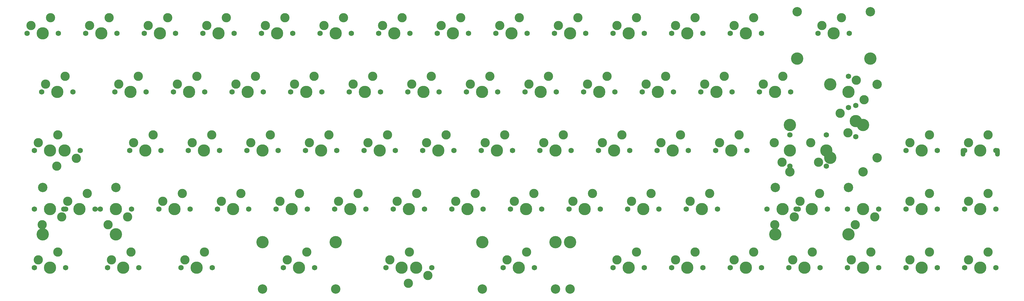
<source format=gbr>
%TF.GenerationSoftware,KiCad,Pcbnew,(6.0.1)*%
%TF.CreationDate,2022-05-17T12:05:02-04:00*%
%TF.ProjectId,GanJing 65 rev 2 hotswap-rounded,47616e4a-696e-4672-9036-352072657620,2*%
%TF.SameCoordinates,Original*%
%TF.FileFunction,NonPlated,1,2,NPTH,Mixed*%
%TF.FilePolarity,Positive*%
%FSLAX46Y46*%
G04 Gerber Fmt 4.6, Leading zero omitted, Abs format (unit mm)*
G04 Created by KiCad (PCBNEW (6.0.1)) date 2022-05-17 12:05:02*
%MOMM*%
%LPD*%
G01*
G04 APERTURE LIST*
G04 aperture for slot hole*
%TA.AperFunction,ComponentDrill*%
%ADD10O,1.500000X2.800000*%
%TD*%
%TA.AperFunction,ComponentDrill*%
%ADD11C,1.750000*%
%TD*%
%TA.AperFunction,ComponentDrill*%
%ADD12C,3.000000*%
%TD*%
%TA.AperFunction,ComponentDrill*%
%ADD13C,3.050000*%
%TD*%
%TA.AperFunction,ComponentDrill*%
%ADD14C,3.987800*%
%TD*%
%TA.AperFunction,ComponentDrill*%
%ADD15C,4.000000*%
%TD*%
G04 APERTURE END LIST*
D10*
%TO.C,SW1*%
X358731250Y-143475000D03*
X369931250Y-143475000D03*
D11*
%TO.C,MX1*%
X54451250Y-104775000D03*
%TO.C,MX75*%
X56832500Y-142875000D03*
%TO.C,MX77*%
X56832500Y-161925000D03*
%TO.C,MX61*%
X56832500Y-180975000D03*
%TO.C,MX16*%
X59213750Y-123825000D03*
%TO.C,MX31*%
X61595000Y-142875000D03*
%TO.C,MX1*%
X64611250Y-104775000D03*
%TO.C,MX46*%
X66357500Y-161925000D03*
%TO.C,MX75*%
X66992500Y-142875000D03*
%TO.C,MX77*%
X66992500Y-161925000D03*
%TO.C,MX61*%
X66992500Y-180975000D03*
%TO.C,MX16*%
X69373750Y-123825000D03*
%TO.C,MX31*%
X71755000Y-142875000D03*
%TO.C,MX2*%
X73501250Y-104775000D03*
%TO.C,MX46*%
X76517500Y-161925000D03*
%TO.C,MX47*%
X78263750Y-161925000D03*
%TO.C,MX62*%
X80645000Y-180975000D03*
%TO.C,MX17*%
X83026250Y-123825000D03*
%TO.C,MX2*%
X83661250Y-104775000D03*
%TO.C,MX32*%
X87788750Y-142875000D03*
%TO.C,MX47*%
X88423750Y-161925000D03*
%TO.C,MX62*%
X90805000Y-180975000D03*
%TO.C,MX3*%
X92551250Y-104775000D03*
%TO.C,MX17*%
X93186250Y-123825000D03*
%TO.C,MX48*%
X97313750Y-161925000D03*
%TO.C,MX32*%
X97948750Y-142875000D03*
%TO.C,MX18*%
X102076250Y-123825000D03*
%TO.C,MX3*%
X102711250Y-104775000D03*
%TO.C,MX63*%
X104457500Y-180975000D03*
%TO.C,MX33*%
X106838750Y-142875000D03*
%TO.C,MX48*%
X107473750Y-161925000D03*
%TO.C,MX4*%
X111601250Y-104775000D03*
%TO.C,MX18*%
X112236250Y-123825000D03*
%TO.C,MX63*%
X114617500Y-180975000D03*
%TO.C,MX49*%
X116363750Y-161925000D03*
%TO.C,MX33*%
X116998750Y-142875000D03*
%TO.C,MX19*%
X121126250Y-123825000D03*
%TO.C,MX4*%
X121761250Y-104775000D03*
%TO.C,MX34*%
X125888750Y-142875000D03*
%TO.C,MX49*%
X126523750Y-161925000D03*
%TO.C,MX5*%
X130651250Y-104775000D03*
%TO.C,MX19*%
X131286250Y-123825000D03*
%TO.C,MX50*%
X135413750Y-161925000D03*
%TO.C,MX34*%
X136048750Y-142875000D03*
%TO.C,MX64*%
X137795000Y-180975000D03*
%TO.C,MX20*%
X140176250Y-123825000D03*
%TO.C,MX5*%
X140811250Y-104775000D03*
%TO.C,MX35*%
X144938750Y-142875000D03*
%TO.C,MX50*%
X145573750Y-161925000D03*
%TO.C,MX64*%
X147955000Y-180975000D03*
%TO.C,MX6*%
X149701250Y-104775000D03*
%TO.C,MX20*%
X150336250Y-123825000D03*
%TO.C,MX51*%
X154463750Y-161925000D03*
%TO.C,MX35*%
X155098750Y-142875000D03*
%TO.C,MX21*%
X159226250Y-123825000D03*
%TO.C,MX6*%
X159861250Y-104775000D03*
%TO.C,MX36*%
X163988750Y-142875000D03*
%TO.C,MX51*%
X164623750Y-161925000D03*
%TO.C,MX7*%
X168751250Y-104775000D03*
%TO.C,MX21*%
X169386250Y-123825000D03*
%TO.C,MX65*%
X171132500Y-180975000D03*
%TO.C,MX52*%
X173513750Y-161925000D03*
%TO.C,MX36*%
X174148750Y-142875000D03*
%TO.C,MX66*%
X175895000Y-180975000D03*
%TO.C,MX22*%
X178276250Y-123825000D03*
%TO.C,MX7*%
X178911250Y-104775000D03*
%TO.C,MX65*%
X181292500Y-180975000D03*
%TO.C,MX37*%
X183038750Y-142875000D03*
%TO.C,MX52*%
X183673750Y-161925000D03*
%TO.C,MX66*%
X186055000Y-180975000D03*
%TO.C,MX8*%
X187801250Y-104775000D03*
%TO.C,MX22*%
X188436250Y-123825000D03*
%TO.C,MX53*%
X192563750Y-161925000D03*
%TO.C,MX37*%
X193198750Y-142875000D03*
%TO.C,MX23*%
X197326250Y-123825000D03*
%TO.C,MX8*%
X197961250Y-104775000D03*
%TO.C,MX38*%
X202088750Y-142875000D03*
%TO.C,MX53*%
X202723750Y-161925000D03*
%TO.C,MX9*%
X206851250Y-104775000D03*
%TO.C,MX23*%
X207486250Y-123825000D03*
%TO.C,MX67*%
X209232500Y-180975000D03*
%TO.C,MX54*%
X211613750Y-161925000D03*
%TO.C,MX38*%
X212248750Y-142875000D03*
%TO.C,MX24*%
X216376250Y-123825000D03*
%TO.C,MX9*%
X217011250Y-104775000D03*
%TO.C,MX67*%
X219392500Y-180975000D03*
%TO.C,MX39*%
X221138750Y-142875000D03*
%TO.C,MX54*%
X221773750Y-161925000D03*
%TO.C,MX10*%
X225901250Y-104775000D03*
%TO.C,MX24*%
X226536250Y-123825000D03*
%TO.C,MX55*%
X230663750Y-161925000D03*
%TO.C,MX39*%
X231298750Y-142875000D03*
%TO.C,MX25*%
X235426250Y-123825000D03*
%TO.C,MX10*%
X236061250Y-104775000D03*
%TO.C,MX40*%
X240188750Y-142875000D03*
%TO.C,MX55*%
X240823750Y-161925000D03*
%TO.C,MX11*%
X244951250Y-104775000D03*
%TO.C,MX68*%
X244951250Y-180975000D03*
%TO.C,MX25*%
X245586250Y-123825000D03*
%TO.C,MX56*%
X249713750Y-161925000D03*
%TO.C,MX40*%
X250348750Y-142875000D03*
%TO.C,MX26*%
X254476250Y-123825000D03*
%TO.C,MX11*%
X255111250Y-104775000D03*
%TO.C,MX68*%
X255111250Y-180975000D03*
%TO.C,MX41*%
X259238750Y-142875000D03*
%TO.C,MX56*%
X259873750Y-161925000D03*
%TO.C,MX12*%
X264001250Y-104775000D03*
%TO.C,MX69*%
X264001250Y-180975000D03*
%TO.C,MX26*%
X264636250Y-123825000D03*
%TO.C,MX57*%
X268763750Y-161925000D03*
%TO.C,MX41*%
X269398750Y-142875000D03*
%TO.C,MX27*%
X273526250Y-123825000D03*
%TO.C,MX12*%
X274161250Y-104775000D03*
%TO.C,MX69*%
X274161250Y-180975000D03*
%TO.C,MX42*%
X278288750Y-142875000D03*
%TO.C,MX57*%
X278923750Y-161925000D03*
%TO.C,MX13*%
X283051250Y-104775000D03*
%TO.C,MX70*%
X283051250Y-180975000D03*
%TO.C,MX27*%
X283686250Y-123825000D03*
%TO.C,MX42*%
X288448750Y-142875000D03*
%TO.C,MX28*%
X292576250Y-123825000D03*
%TO.C,MX13*%
X293211250Y-104775000D03*
%TO.C,MX70*%
X293211250Y-180975000D03*
%TO.C,MX78*%
X294957500Y-161925000D03*
%TO.C,MX71*%
X302101250Y-180975000D03*
%TO.C,MX43*%
X302418750Y-137795000D03*
X302418750Y-147955000D03*
%TO.C,MX28*%
X302736250Y-123825000D03*
%TO.C,MX58*%
X304482500Y-161925000D03*
%TO.C,MX78*%
X305117500Y-161925000D03*
%TO.C,MX14*%
X311626250Y-104775000D03*
%TO.C,MX71*%
X312261250Y-180975000D03*
%TO.C,MX44*%
X314325000Y-137795000D03*
X314325000Y-147955000D03*
%TO.C,MX58*%
X314642500Y-161925000D03*
%TO.C,MX59*%
X321151250Y-161925000D03*
%TO.C,MX72*%
X321151250Y-180975000D03*
%TO.C,MX29*%
X321468750Y-118745000D03*
X321468750Y-128905000D03*
%TO.C,MX14*%
X321786250Y-104775000D03*
%TO.C,MX76*%
X323850000Y-128270000D03*
X323850000Y-138430000D03*
%TO.C,MX59*%
X331311250Y-161925000D03*
%TO.C,MX72*%
X331311250Y-180975000D03*
%TO.C,MX30*%
X340201250Y-142875000D03*
%TO.C,MX45*%
X340201250Y-161925000D03*
%TO.C,MX73*%
X340201250Y-180975000D03*
%TO.C,MX30*%
X350361250Y-142875000D03*
%TO.C,MX45*%
X350361250Y-161925000D03*
%TO.C,MX73*%
X350361250Y-180975000D03*
%TO.C,MX15*%
X359251250Y-142875000D03*
%TO.C,MX60*%
X359251250Y-161925000D03*
%TO.C,MX74*%
X359251250Y-180975000D03*
%TO.C,MX15*%
X369411250Y-142875000D03*
%TO.C,MX60*%
X369411250Y-161925000D03*
%TO.C,MX74*%
X369411250Y-180975000D03*
D12*
%TO.C,MX1*%
X55721250Y-102235000D03*
%TO.C,MX75*%
X58102500Y-140335000D03*
%TO.C,MX61*%
X58102500Y-178435000D03*
%TO.C,MX77*%
X59372500Y-167005000D03*
%TO.C,MX16*%
X60483750Y-121285000D03*
%TO.C,MX1*%
X62071250Y-99695000D03*
%TO.C,MX31*%
X64135000Y-147955000D03*
%TO.C,MX75*%
X64452500Y-137795000D03*
%TO.C,MX61*%
X64452500Y-175895000D03*
%TO.C,MX77*%
X65722500Y-164465000D03*
%TO.C,MX16*%
X66833750Y-118745000D03*
%TO.C,MX46*%
X67627500Y-159385000D03*
%TO.C,MX31*%
X70485000Y-145415000D03*
%TO.C,MX46*%
X73977500Y-156845000D03*
%TO.C,MX2*%
X74771250Y-102235000D03*
%TO.C,MX47*%
X80803750Y-167005000D03*
%TO.C,MX2*%
X81121250Y-99695000D03*
%TO.C,MX62*%
X81915000Y-178435000D03*
%TO.C,MX17*%
X84296250Y-121285000D03*
%TO.C,MX47*%
X87153750Y-164465000D03*
%TO.C,MX62*%
X88265000Y-175895000D03*
%TO.C,MX32*%
X89058750Y-140335000D03*
%TO.C,MX17*%
X90646250Y-118745000D03*
%TO.C,MX3*%
X93821250Y-102235000D03*
%TO.C,MX32*%
X95408750Y-137795000D03*
%TO.C,MX48*%
X98583750Y-159385000D03*
%TO.C,MX3*%
X100171250Y-99695000D03*
%TO.C,MX18*%
X103346250Y-121285000D03*
%TO.C,MX48*%
X104933750Y-156845000D03*
%TO.C,MX63*%
X105727500Y-178435000D03*
%TO.C,MX33*%
X108108750Y-140335000D03*
%TO.C,MX18*%
X109696250Y-118745000D03*
%TO.C,MX63*%
X112077500Y-175895000D03*
%TO.C,MX4*%
X112871250Y-102235000D03*
%TO.C,MX33*%
X114458750Y-137795000D03*
%TO.C,MX49*%
X117633750Y-159385000D03*
%TO.C,MX4*%
X119221250Y-99695000D03*
%TO.C,MX19*%
X122396250Y-121285000D03*
%TO.C,MX49*%
X123983750Y-156845000D03*
%TO.C,MX34*%
X127158750Y-140335000D03*
%TO.C,MX19*%
X128746250Y-118745000D03*
%TO.C,MX5*%
X131921250Y-102235000D03*
%TO.C,MX34*%
X133508750Y-137795000D03*
%TO.C,MX50*%
X136683750Y-159385000D03*
%TO.C,MX5*%
X138271250Y-99695000D03*
%TO.C,MX64*%
X139065000Y-178435000D03*
%TO.C,MX20*%
X141446250Y-121285000D03*
%TO.C,MX50*%
X143033750Y-156845000D03*
%TO.C,MX64*%
X145415000Y-175895000D03*
%TO.C,MX35*%
X146208750Y-140335000D03*
%TO.C,MX20*%
X147796250Y-118745000D03*
%TO.C,MX6*%
X150971250Y-102235000D03*
%TO.C,MX35*%
X152558750Y-137795000D03*
%TO.C,MX51*%
X155733750Y-159385000D03*
%TO.C,MX6*%
X157321250Y-99695000D03*
%TO.C,MX21*%
X160496250Y-121285000D03*
%TO.C,MX51*%
X162083750Y-156845000D03*
%TO.C,MX36*%
X165258750Y-140335000D03*
%TO.C,MX21*%
X166846250Y-118745000D03*
%TO.C,MX7*%
X170021250Y-102235000D03*
%TO.C,MX36*%
X171608750Y-137795000D03*
%TO.C,MX65*%
X172402500Y-178435000D03*
%TO.C,MX52*%
X174783750Y-159385000D03*
%TO.C,MX7*%
X176371250Y-99695000D03*
%TO.C,MX66*%
X178435000Y-186055000D03*
%TO.C,MX65*%
X178752500Y-175895000D03*
%TO.C,MX22*%
X179546250Y-121285000D03*
%TO.C,MX52*%
X181133750Y-156845000D03*
%TO.C,MX37*%
X184308750Y-140335000D03*
%TO.C,MX66*%
X184785000Y-183515000D03*
%TO.C,MX22*%
X185896250Y-118745000D03*
%TO.C,MX8*%
X189071250Y-102235000D03*
%TO.C,MX37*%
X190658750Y-137795000D03*
%TO.C,MX53*%
X193833750Y-159385000D03*
%TO.C,MX8*%
X195421250Y-99695000D03*
%TO.C,MX23*%
X198596250Y-121285000D03*
%TO.C,MX53*%
X200183750Y-156845000D03*
%TO.C,MX38*%
X203358750Y-140335000D03*
%TO.C,MX23*%
X204946250Y-118745000D03*
%TO.C,MX9*%
X208121250Y-102235000D03*
%TO.C,MX38*%
X209708750Y-137795000D03*
%TO.C,MX67*%
X210502500Y-178435000D03*
%TO.C,MX54*%
X212883750Y-159385000D03*
%TO.C,MX9*%
X214471250Y-99695000D03*
%TO.C,MX67*%
X216852500Y-175895000D03*
%TO.C,MX24*%
X217646250Y-121285000D03*
%TO.C,MX54*%
X219233750Y-156845000D03*
%TO.C,MX39*%
X222408750Y-140335000D03*
%TO.C,MX24*%
X223996250Y-118745000D03*
%TO.C,MX10*%
X227171250Y-102235000D03*
%TO.C,MX39*%
X228758750Y-137795000D03*
%TO.C,MX55*%
X231933750Y-159385000D03*
%TO.C,MX10*%
X233521250Y-99695000D03*
%TO.C,MX25*%
X236696250Y-121285000D03*
%TO.C,MX55*%
X238283750Y-156845000D03*
%TO.C,MX40*%
X241458750Y-140335000D03*
%TO.C,MX25*%
X243046250Y-118745000D03*
%TO.C,MX11*%
X246221250Y-102235000D03*
%TO.C,MX68*%
X246221250Y-178435000D03*
%TO.C,MX40*%
X247808750Y-137795000D03*
%TO.C,MX56*%
X250983750Y-159385000D03*
%TO.C,MX11*%
X252571250Y-99695000D03*
%TO.C,MX68*%
X252571250Y-175895000D03*
%TO.C,MX26*%
X255746250Y-121285000D03*
%TO.C,MX56*%
X257333750Y-156845000D03*
%TO.C,MX41*%
X260508750Y-140335000D03*
%TO.C,MX26*%
X262096250Y-118745000D03*
%TO.C,MX12*%
X265271250Y-102235000D03*
%TO.C,MX69*%
X265271250Y-178435000D03*
%TO.C,MX41*%
X266858750Y-137795000D03*
%TO.C,MX57*%
X270033750Y-159385000D03*
%TO.C,MX12*%
X271621250Y-99695000D03*
%TO.C,MX69*%
X271621250Y-175895000D03*
%TO.C,MX27*%
X274796250Y-121285000D03*
%TO.C,MX57*%
X276383750Y-156845000D03*
%TO.C,MX42*%
X279558750Y-140335000D03*
%TO.C,MX27*%
X281146250Y-118745000D03*
%TO.C,MX13*%
X284321250Y-102235000D03*
%TO.C,MX70*%
X284321250Y-178435000D03*
%TO.C,MX42*%
X285908750Y-137795000D03*
%TO.C,MX13*%
X290671250Y-99695000D03*
%TO.C,MX70*%
X290671250Y-175895000D03*
%TO.C,MX28*%
X293846250Y-121285000D03*
%TO.C,MX43*%
X297338750Y-140335000D03*
%TO.C,MX78*%
X297497500Y-167005000D03*
%TO.C,MX43*%
X299878750Y-146685000D03*
%TO.C,MX28*%
X300196250Y-118745000D03*
%TO.C,MX71*%
X303371250Y-178435000D03*
%TO.C,MX78*%
X303847500Y-164465000D03*
%TO.C,MX58*%
X305752500Y-159385000D03*
%TO.C,MX44*%
X309245000Y-140335000D03*
%TO.C,MX71*%
X309721250Y-175895000D03*
%TO.C,MX44*%
X311785000Y-146685000D03*
%TO.C,MX58*%
X312102500Y-156845000D03*
%TO.C,MX14*%
X312896250Y-102235000D03*
%TO.C,MX76*%
X318770000Y-130810000D03*
%TO.C,MX14*%
X319246250Y-99695000D03*
%TO.C,MX76*%
X321310000Y-137160000D03*
%TO.C,MX72*%
X322421250Y-178435000D03*
%TO.C,MX59*%
X323691250Y-167005000D03*
%TO.C,MX29*%
X324008750Y-120015000D03*
X326548750Y-126365000D03*
%TO.C,MX72*%
X328771250Y-175895000D03*
%TO.C,MX59*%
X330041250Y-164465000D03*
%TO.C,MX30*%
X341471250Y-140335000D03*
%TO.C,MX45*%
X341471250Y-159385000D03*
%TO.C,MX73*%
X341471250Y-178435000D03*
%TO.C,MX30*%
X347821250Y-137795000D03*
%TO.C,MX45*%
X347821250Y-156845000D03*
%TO.C,MX73*%
X347821250Y-175895000D03*
%TO.C,MX15*%
X360521250Y-140335000D03*
%TO.C,MX60*%
X360521250Y-159385000D03*
%TO.C,MX74*%
X360521250Y-178435000D03*
%TO.C,MX15*%
X366871250Y-137795000D03*
%TO.C,MX60*%
X366871250Y-156845000D03*
%TO.C,MX74*%
X366871250Y-175895000D03*
D13*
%TO.C,MX46*%
X59537500Y-154925000D03*
X83337500Y-154925000D03*
%TO.C,MX64*%
X130975000Y-187975000D03*
%TO.C,MX66*%
X130975100Y-187960000D03*
%TO.C,MX64*%
X154775000Y-187975000D03*
%TO.C,MX67*%
X202412500Y-187975000D03*
X226212500Y-187975000D03*
%TO.C,MX66*%
X230974900Y-187960000D03*
%TO.C,MX58*%
X297662500Y-154925000D03*
%TO.C,MX44*%
X302425000Y-149875000D03*
%TO.C,MX14*%
X304806250Y-97775000D03*
%TO.C,MX58*%
X321462500Y-154925000D03*
%TO.C,MX44*%
X326225000Y-149875000D03*
%TO.C,MX14*%
X328606250Y-97775000D03*
%TO.C,MX76*%
X330835000Y-121412000D03*
X330835000Y-145288000D03*
D14*
%TO.C,MX1*%
X59531250Y-104775000D03*
%TO.C,MX75*%
X61912500Y-142875000D03*
%TO.C,MX77*%
X61912500Y-161925000D03*
%TO.C,MX61*%
X61912500Y-180975000D03*
%TO.C,MX16*%
X64293750Y-123825000D03*
%TO.C,MX31*%
X66675000Y-142875000D03*
%TO.C,MX46*%
X71437500Y-161925000D03*
%TO.C,MX2*%
X78581250Y-104775000D03*
%TO.C,MX47*%
X83343750Y-161925000D03*
%TO.C,MX62*%
X85725000Y-180975000D03*
%TO.C,MX17*%
X88106250Y-123825000D03*
%TO.C,MX32*%
X92868750Y-142875000D03*
%TO.C,MX3*%
X97631250Y-104775000D03*
%TO.C,MX48*%
X102393750Y-161925000D03*
%TO.C,MX18*%
X107156250Y-123825000D03*
%TO.C,MX63*%
X109537500Y-180975000D03*
%TO.C,MX33*%
X111918750Y-142875000D03*
%TO.C,MX4*%
X116681250Y-104775000D03*
%TO.C,MX49*%
X121443750Y-161925000D03*
%TO.C,MX19*%
X126206250Y-123825000D03*
%TO.C,MX34*%
X130968750Y-142875000D03*
%TO.C,MX5*%
X135731250Y-104775000D03*
%TO.C,MX50*%
X140493750Y-161925000D03*
%TO.C,MX64*%
X142875000Y-180975000D03*
%TO.C,MX20*%
X145256250Y-123825000D03*
%TO.C,MX35*%
X150018750Y-142875000D03*
%TO.C,MX6*%
X154781250Y-104775000D03*
%TO.C,MX51*%
X159543750Y-161925000D03*
%TO.C,MX21*%
X164306250Y-123825000D03*
%TO.C,MX36*%
X169068750Y-142875000D03*
%TO.C,MX7*%
X173831250Y-104775000D03*
%TO.C,MX65*%
X176212500Y-180975000D03*
%TO.C,MX52*%
X178593750Y-161925000D03*
%TO.C,MX66*%
X180975000Y-180975000D03*
%TO.C,MX22*%
X183356250Y-123825000D03*
%TO.C,MX37*%
X188118750Y-142875000D03*
%TO.C,MX8*%
X192881250Y-104775000D03*
%TO.C,MX53*%
X197643750Y-161925000D03*
%TO.C,MX23*%
X202406250Y-123825000D03*
%TO.C,MX38*%
X207168750Y-142875000D03*
%TO.C,MX9*%
X211931250Y-104775000D03*
%TO.C,MX67*%
X214312500Y-180975000D03*
%TO.C,MX54*%
X216693750Y-161925000D03*
%TO.C,MX24*%
X221456250Y-123825000D03*
%TO.C,MX39*%
X226218750Y-142875000D03*
%TO.C,MX10*%
X230981250Y-104775000D03*
%TO.C,MX55*%
X235743750Y-161925000D03*
%TO.C,MX25*%
X240506250Y-123825000D03*
%TO.C,MX40*%
X245268750Y-142875000D03*
%TO.C,MX11*%
X250031250Y-104775000D03*
%TO.C,MX68*%
X250031250Y-180975000D03*
%TO.C,MX56*%
X254793750Y-161925000D03*
%TO.C,MX26*%
X259556250Y-123825000D03*
%TO.C,MX41*%
X264318750Y-142875000D03*
%TO.C,MX12*%
X269081250Y-104775000D03*
%TO.C,MX69*%
X269081250Y-180975000D03*
%TO.C,MX57*%
X273843750Y-161925000D03*
%TO.C,MX27*%
X278606250Y-123825000D03*
%TO.C,MX42*%
X283368750Y-142875000D03*
%TO.C,MX13*%
X288131250Y-104775000D03*
%TO.C,MX70*%
X288131250Y-180975000D03*
%TO.C,MX28*%
X297656250Y-123825000D03*
%TO.C,MX78*%
X300037500Y-161925000D03*
%TO.C,MX43*%
X302418750Y-142875000D03*
%TO.C,MX71*%
X307181250Y-180975000D03*
%TO.C,MX58*%
X309562500Y-161925000D03*
%TO.C,MX44*%
X314325000Y-142875000D03*
%TO.C,MX14*%
X316706250Y-104775000D03*
%TO.C,MX29*%
X321468750Y-123825000D03*
%TO.C,MX76*%
X323850000Y-133350000D03*
%TO.C,MX59*%
X326231250Y-161925000D03*
%TO.C,MX72*%
X326231250Y-180975000D03*
%TO.C,MX30*%
X345281250Y-142875000D03*
%TO.C,MX45*%
X345281250Y-161925000D03*
%TO.C,MX73*%
X345281250Y-180975000D03*
%TO.C,MX15*%
X364331250Y-142875000D03*
%TO.C,MX60*%
X364331250Y-161925000D03*
%TO.C,MX74*%
X364331250Y-180975000D03*
D15*
%TO.C,MX46*%
X59537500Y-170165000D03*
X83337500Y-170165000D03*
%TO.C,MX64*%
X130975000Y-172735000D03*
%TO.C,MX66*%
X130975100Y-172720000D03*
%TO.C,MX64*%
X154775000Y-172735000D03*
%TO.C,MX67*%
X202412500Y-172735000D03*
X226212500Y-172735000D03*
%TO.C,MX66*%
X230974900Y-172720000D03*
%TO.C,MX58*%
X297662500Y-170165000D03*
%TO.C,MX44*%
X302425000Y-134635000D03*
%TO.C,MX14*%
X304806250Y-113015000D03*
%TO.C,MX76*%
X315595000Y-121412000D03*
X315595000Y-145288000D03*
%TO.C,MX58*%
X321462500Y-170165000D03*
%TO.C,MX44*%
X326225000Y-134635000D03*
%TO.C,MX14*%
X328606250Y-113015000D03*
M02*

</source>
